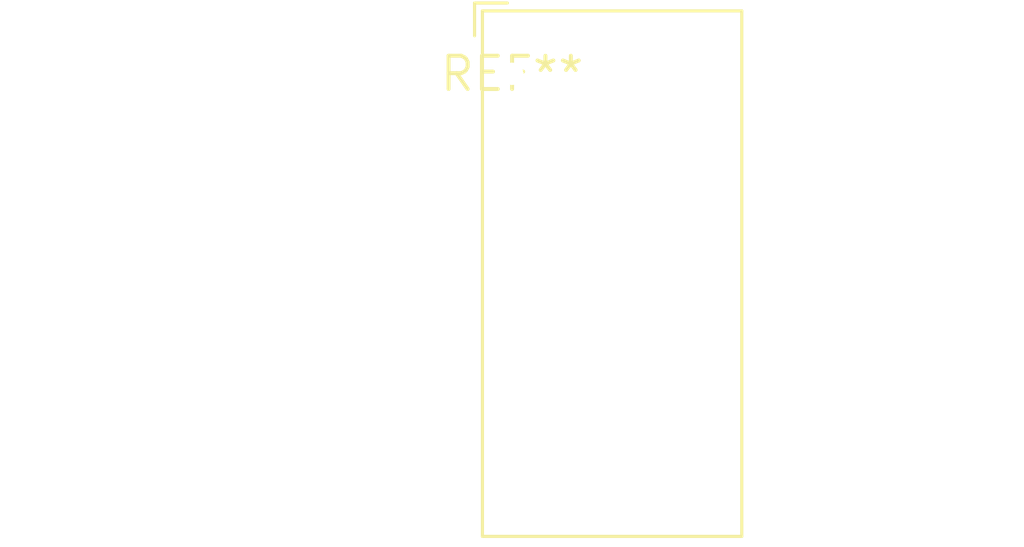
<source format=kicad_pcb>
(kicad_pcb (version 20240108) (generator pcbnew)
  (layers (0 "F.Cu" signal) (31 "B.Cu" signal) (34 "B.Paste" user) (35 "F.Paste" user) (36 "B.SilkS" user "B.Silkscreen") (37 "F.SilkS" user "F.Silkscreen") (38 "B.Mask" user) (39 "F.Mask" user) (44 "Edge.Cuts" user))
  (net 0 "")
  (footprint "Converter_DCDC_XP_POWER-IAxxxxD_THT" (layer "F.Cu") (at 0 0)
    (property "Reference" "REF**")
    (property "Value" "Converter_DCDC_XP_POWER-IAxxxxD_THT")
    (fp_line (start -1.43 -2.7) (end -1.43 -1.45) (layer "F.SilkS") (stroke (width 0.12)))
    (fp_line (start -1.13 -2.4) (end -1.13 17.64) (layer "F.SilkS") (stroke (width 0.12)))
    (fp_line (start -1.13 17.64) (end 8.75 17.64) (layer "F.SilkS") (stroke (width 0.12)))
    (fp_line (start -0.18 -2.7) (end -1.43 -2.7) (layer "F.SilkS") (stroke (width 0.12)))
    (fp_line (start 8.75 -2.4) (end -1.13 -2.4) (layer "F.SilkS") (stroke (width 0.12)))
    (fp_line (start 8.75 17.64) (end 8.75 -2.4) (layer "F.SilkS") (stroke (width 0.12)))
    (pad "1" thru_hole rect (at 0 0) (size 1.85 1.85) (drill 0.85) (layers *.Cu *.Mask) (remove_unused_layers))
    (pad "2" thru_hole circle (at 0 15.24) (size 1.85 1.85) (drill 0.85) (layers *.Cu *.Mask) (remove_unused_layers))
    (pad "3" thru_hole circle (at 7.62 0) (size 1.85 1.85) (drill 0.85) (layers *.Cu *.Mask) (remove_unused_layers))
    (pad "4" thru_hole circle (at 7.62 7.62) (size 1.85 1.85) (drill 0.85) (layers *.Cu *.Mask) (remove_unused_layers))
    (pad "5" thru_hole circle (at 7.62 12.7) (size 1.85 1.85) (drill 0.85) (layers *.Cu *.Mask) (remove_unused_layers))
    (pad "6" thru_hole circle (at 7.62 15.24) (size 1.85 1.85) (drill 0.85) (layers *.Cu *.Mask) (remove_unused_layers))
  )
)
</source>
